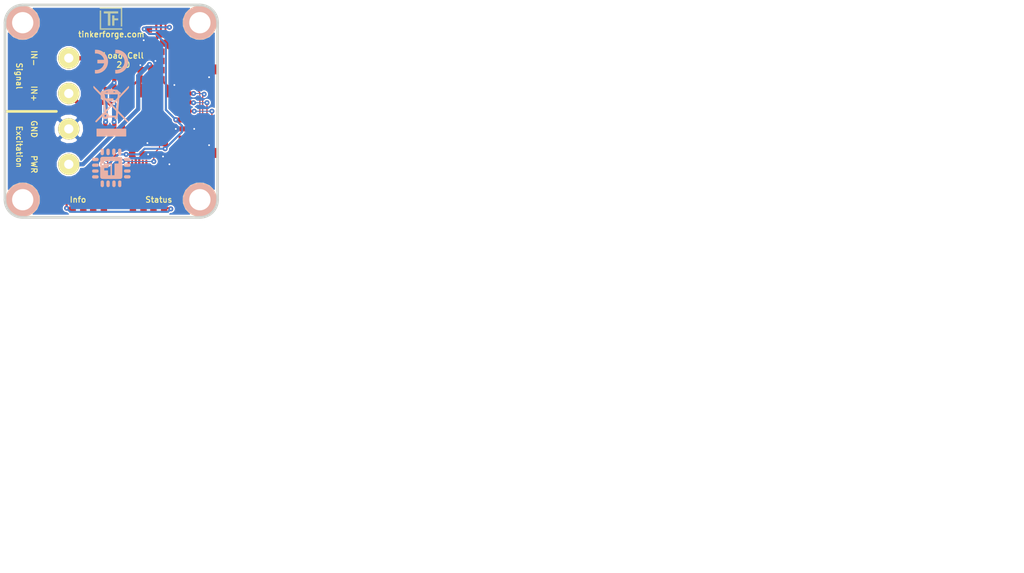
<source format=kicad_pcb>
(kicad_pcb (version 4) (host pcbnew 4.0.2+dfsg1-stable)
  (title_block (title "Load Cell Bricklet") (date 2018-01-11) (rev 2.0) (company "Tinkerforge GmbH") (comment 1 "Licensed under CERN OHL v.1.1") (comment 2 "Copyright (©) 2018, B.Nordmeyer <bastian@tinkerforge.com>"))
  (layers (0 Vorderseite signal) (31 Rückseite signal hide) (34 B.Paste user) (35 F.Paste user) (36 B.SilkS user) (37 F.SilkS user) (38 B.Mask user) (39 F.Mask user) (44 Edge.Cuts user))
  (net 0 "")
  (net 1 AGND)
  (net 2 3V3)
  (net 3 "Net-(P1-Pad6)")
  (net 4 +5V)
  (net 5 +5VA)
  (net 6 "Net-(P2-Pad2)")
  (net 7 "Net-(C1-Pad1)")
  (net 8 "Net-(D1-Pad2)")
  (net 9 "Net-(D2-Pad2)")
  (net 10 "Net-(L1-Pad2)")
  (net 11 "Net-(P1-Pad4)")
  (net 12 "Net-(P1-Pad5)")
  (net 13 "Net-(P3-Pad1)")
  (net 14 "Net-(P4-Pad1)")
  (net 15 "Net-(P4-Pad2)")
  (net 16 "Net-(R1-Pad1)")
  (net 17 "Net-(R2-Pad1)")
  (net 18 S-MISO)
  (net 19 S-MOSI)
  (net 20 S-CLK)
  (net 21 S-CS)
  (net 22 PD_SCK)
  (net 23 DOUT)
  (net 24 RATE)
  (net 25 "Net-(RP2-Pad1)")
  (net 26 "Net-(RP2-Pad4)")
  (module kicad-libraries:Fiducial_Mark (layer Vorderseite) (at 145.15 113.375)
    (fp_text reference Fiducial_Mark hide)
    (fp_text value VAL** hide)
    (pad 1 smd circle (at 0 0) (size 1.00076 1.00076) (layers Vorderseite F.Paste F.Mask) (clearance 0.65024))
  )
  (module kicad-libraries:C0805 (layer Vorderseite) (at 159.75 86.675)
    (fp_text reference L1)
    (fp_text value 1µH)
    (pad 1 smd rect (at -1.00076 0) (size 1.00076 1.24968) (layers Vorderseite F.Paste F.Mask) (net 2 3V3) (clearance 0.14986))
    (pad 2 smd rect (at 1.00076 0) (size 1.00076 1.24968) (layers Vorderseite F.Paste F.Mask) (net 10 "Net-(L1-Pad2)") (clearance 0.14986))
  )
  (module kicad-libraries:WEEE_7mm (layer Rückseite) (at 153.05 100.075 180)
    (fp_text reference G*** hide)
    (fp_text value LOGO hide)
  )
  (module kicad-libraries:Fiducial_Mark (layer Vorderseite) (at 166.05 108.075)
    (fp_text reference Fiducial_Mark hide)
    (fp_text value VAL** hide)
    (pad 1 smd circle (at 0 0) (size 1.00076 1.00076) (layers Vorderseite F.Paste F.Mask) (clearance 0.65024))
  )
  (module kicad-libraries:Fiducial_Mark (layer Vorderseite) (at 145.55 86.575)
    (fp_text reference Fiducial_Mark hide)
    (fp_text value VAL** hide)
    (pad 1 smd circle (at 0 0) (size 1.00076 1.00076) (layers Vorderseite F.Paste F.Mask) (clearance 0.65024))
  )
  (module kicad-libraries:DRILL_NP (layer Vorderseite) (at 165.55 87.575)
    (fp_text reference U7 hide)
    (fp_text value DRILL hide)
    (pad "" np_thru_hole circle (at 0 0) (size 2.99974 2.99974) (drill 2.99974) (layers *.Cu *.Mask F.SilkS) (clearance 0.89916))
  )
  (module kicad-libraries:DRILL_NP (layer Vorderseite) (at 140.55 87.575)
    (fp_text reference U6 hide)
    (fp_text value DRILL hide)
    (pad "" np_thru_hole circle (at 0 0) (size 2.99974 2.99974) (drill 2.99974) (layers *.Cu *.Mask F.SilkS) (clearance 0.89916))
  )
  (module kicad-libraries:DRILL_NP (layer Vorderseite) (at 140.55 112.575)
    (fp_text reference U5 hide)
    (fp_text value DRILL hide)
    (pad "" np_thru_hole circle (at 0 0) (size 2.99974 2.99974) (drill 2.99974) (layers *.Cu *.Mask F.SilkS) (clearance 0.89916))
  )
  (module kicad-libraries:DRILL_NP (layer Vorderseite) (at 165.55 112.575)
    (fp_text reference U4 hide)
    (fp_text value DRILL hide)
    (pad "" np_thru_hole circle (at 0 0) (size 2.99974 2.99974) (drill 2.99974) (layers *.Cu *.Mask F.SilkS) (clearance 0.89916))
  )
  (module kicad-libraries:CE_5mm (layer Rückseite) (at 153.05 93.075 180)
    (fp_text reference VAL hide)
    (fp_text value CE_5mm hide)
  )
  (module kicad-libraries:Logo_31x31 (layer Vorderseite) (at 151.425 85.4)
    (fp_text reference G*** hide)
    (fp_text value Logo_31x31 hide)
  )
  (module kicad-libraries:SOP16L (layer Vorderseite) (at 156.65 100.075 180)
    (fp_text reference U3)
    (fp_text value HX711)
    (pad 1 smd rect (at -4.445 2.7 180) (size 0.5 1.5) (layers Vorderseite F.Paste F.Mask) (net 5 +5VA) (clearance 0.14986))
    (pad 2 smd rect (at -3.175 2.7 180) (size 0.5 1.5) (layers Vorderseite F.Paste F.Mask) (clearance 0.14986))
    (pad 3 smd rect (at -1.905 2.7 180) (size 0.5 1.5) (layers Vorderseite F.Paste F.Mask) (net 5 +5VA) (clearance 0.14986))
    (pad 4 smd rect (at -0.635 2.7 180) (size 0.5 1.5) (layers Vorderseite F.Paste F.Mask) (net 1 AGND) (clearance 0.14986))
    (pad 5 smd rect (at 0.635 2.7 180) (size 0.5 1.5) (layers Vorderseite F.Paste F.Mask) (net 1 AGND) (clearance 0.14986))
    (pad 6 smd rect (at 1.905 2.7 180) (size 0.5 1.5) (layers Vorderseite F.Paste F.Mask) (clearance 0.14986))
    (pad 7 smd rect (at 3.175 2.7 180) (size 0.5 1.5) (layers Vorderseite F.Paste F.Mask) (net 15 "Net-(P4-Pad2)"))
    (pad 8 smd rect (at 4.445 2.7 180) (size 0.5 1.5) (layers Vorderseite F.Paste F.Mask) (net 14 "Net-(P4-Pad1)"))
    (pad 9 smd rect (at 4.445 -2.7 180) (size 0.5 1.5) (layers Vorderseite F.Paste F.Mask) (net 15 "Net-(P4-Pad2)"))
    (pad 10 smd rect (at 3.175 -2.7 180) (size 0.5 1.5) (layers Vorderseite F.Paste F.Mask) (net 14 "Net-(P4-Pad1)"))
    (pad 11 smd rect (at 1.905 -2.7 180) (size 0.5 1.5) (layers Vorderseite F.Paste F.Mask) (net 26 "Net-(RP2-Pad4)"))
    (pad 12 smd rect (at 0.635 -2.7 180) (size 0.5 1.5) (layers Vorderseite F.Paste F.Mask) (net 25 "Net-(RP2-Pad1)"))
    (pad 13 smd rect (at -0.635 -2.7 180) (size 0.5 1.5) (layers Vorderseite F.Paste F.Mask))
    (pad 14 smd rect (at -1.905 -2.7 180) (size 0.5 1.5) (layers Vorderseite F.Paste F.Mask) (net 1 AGND))
    (pad 15 smd rect (at -3.175 -2.7 180) (size 0.5 1.5) (layers Vorderseite F.Paste F.Mask) (net 24 RATE))
    (pad 16 smd rect (at -4.445 -2.7 180) (size 0.5 1.5) (layers Vorderseite F.Paste F.Mask) (net 2 3V3))
  )
  (module kicad-libraries:UMLP_22 (layer Vorderseite) (at 160.05 89.275 180)
    (fp_text reference U2)
    (fp_text value FAN4860)
    (pad 3 smd rect (at -0.65 -1.05 180) (size 0.25 0.8) (layers Vorderseite F.Paste F.Mask) (net 4 +5V))
    (pad 2 smd rect (at 0 -1.05 180) (size 0.25 0.8) (layers Vorderseite F.Paste F.Mask) (net 4 +5V))
    (pad 1 smd rect (at 0.65 -1.05 180) (size 0.25 0.8) (layers Vorderseite F.Paste F.Mask) (net 1 AGND))
    (pad 4 smd rect (at -0.65 1.05 180) (size 0.25 0.8) (layers Vorderseite F.Paste F.Mask) (net 2 3V3))
    (pad 5 smd rect (at 0 1.05 180) (size 0.25 0.8) (layers Vorderseite F.Paste F.Mask) (net 10 "Net-(L1-Pad2)"))
    (pad 6 smd rect (at 0.65 1.05 180) (size 0.25 0.8) (layers Vorderseite F.Paste F.Mask) (net 2 3V3))
    (pad EP smd rect (at 0 0 180) (size 1.45 0.8) (layers Vorderseite F.Paste F.Mask) (net 1 AGND))
  )
  (module C0603F (layer Vorderseite) (at 157.95 94.275 180)
    (fp_text reference C9)
    (fp_text value 1µF)
    (pad 1 smd rect (at -0.75 0 180) (size 0.9 0.9) (layers Vorderseite F.Paste F.Mask) (net 5 +5VA))
    (pad 2 smd rect (at 0.75 0 180) (size 0.9 0.9) (layers Vorderseite F.Paste F.Mask) (net 1 AGND))
  )
  (module D0603F (layer Vorderseite) (at 159.75 113.775 180)
    (fp_text reference D2)
    (fp_text value blue)
    (pad 1 smd rect (at -0.75 0 180) (size 0.9 0.9) (layers Vorderseite F.Paste F.Mask) (net 2 3V3))
    (pad 2 smd rect (at 0.75 0 180) (size 0.9 0.9) (layers Vorderseite F.Paste F.Mask) (net 9 "Net-(D2-Pad2)"))
  )
  (module kicad-libraries:AKL_5_2 (layer Vorderseite) (at 147.05 95.075 90)
    (fp_text reference P4)
    (fp_text value AKL_5_2)
    (pad 1 thru_hole circle (at -2.49936 0 90) (size 2.99974 2.99974) (drill 1.30048) (layers *.Cu *.Mask F.SilkS) (net 14 "Net-(P4-Pad1)"))
    (pad 2 thru_hole circle (at 2.49936 0 90) (size 2.99974 2.99974) (drill 1.30048) (layers *.Cu *.Mask F.SilkS) (net 15 "Net-(P4-Pad2)"))
  )
  (module kicad-libraries:AKL_5_2 (layer Vorderseite) (at 147.05 105.075 90)
    (fp_text reference P5)
    (fp_text value AKL_5_2)
    (pad 1 thru_hole circle (at -2.49936 0 90) (size 2.99974 2.99974) (drill 1.30048) (layers *.Cu *.Mask F.SilkS) (net 5 +5VA))
    (pad 2 thru_hole circle (at 2.49936 0 90) (size 2.99974 2.99974) (drill 1.30048) (layers *.Cu *.Mask F.SilkS) (net 1 AGND))
  )
  (module R0603F (layer Vorderseite) (at 156.85 113.775)
    (fp_text reference R2)
    (fp_text value 1k)
    (pad 1 smd rect (at -0.75 0) (size 0.9 0.9) (layers Vorderseite F.Paste F.Mask) (net 17 "Net-(R2-Pad1)"))
    (pad 2 smd rect (at 0.75 0) (size 0.9 0.9) (layers Vorderseite F.Paste F.Mask) (net 9 "Net-(D2-Pad2)"))
  )
  (module kicad-libraries:4X0402 (layer Vorderseite) (at 163.25 107.975 180)
    (fp_text reference RP1)
    (fp_text value 82)
    (pad 1 smd rect (at -0.7493 0.575) (size 0.29972 0.65) (layers Vorderseite F.Paste F.Mask) (net 11 "Net-(P1-Pad4)"))
    (pad 2 smd rect (at -0.24892 0.575) (size 0.29972 0.65) (layers Vorderseite F.Paste F.Mask) (net 12 "Net-(P1-Pad5)"))
    (pad 3 smd rect (at 0.24892 0.575) (size 0.29972 0.65) (layers Vorderseite F.Paste F.Mask) (net 3 "Net-(P1-Pad6)"))
    (pad 4 smd rect (at 0.7493 0.575) (size 0.29972 0.65) (layers Vorderseite F.Paste F.Mask) (net 7 "Net-(C1-Pad1)"))
    (pad 5 smd rect (at 0.7493 -0.575 180) (size 0.29972 0.65) (layers Vorderseite F.Paste F.Mask) (net 18 S-MISO))
    (pad 6 smd rect (at 0.24892 -0.575 180) (size 0.29972 0.65) (layers Vorderseite F.Paste F.Mask) (net 19 S-MOSI))
    (pad 7 smd rect (at -0.24892 -0.575 180) (size 0.29972 0.65) (layers Vorderseite F.Paste F.Mask) (net 20 S-CLK))
    (pad 8 smd rect (at -0.7493 -0.575 180) (size 0.29972 0.65) (layers Vorderseite F.Paste F.Mask) (net 21 S-CS))
  )
  (module C0402E (layer Vorderseite) (at 161.65 106.475 180)
    (fp_text reference C1)
    (fp_text value 220pF)
    (pad 1 smd rect (at -0.65 0 180) (size 0.7 0.9) (layers Vorderseite F.Paste F.Mask) (net 7 "Net-(C1-Pad1)"))
    (pad 2 smd rect (at 0.65 0 180) (size 0.7 0.9) (layers Vorderseite F.Paste F.Mask) (net 1 AGND))
  )
  (module C0603F (layer Vorderseite) (at 156.75 106.175)
    (fp_text reference C2)
    (fp_text value 100nF)
    (pad 1 smd rect (at -0.75 0) (size 0.9 0.9) (layers Vorderseite F.Paste F.Mask) (net 2 3V3))
    (pad 2 smd rect (at 0.75 0) (size 0.9 0.9) (layers Vorderseite F.Paste F.Mask) (net 1 AGND))
  )
  (module C0603F (layer Vorderseite) (at 158.35 89.275 90)
    (fp_text reference C3)
    (fp_text value 2.2µF)
    (pad 1 smd rect (at -0.75 0 90) (size 0.9 0.9) (layers Vorderseite F.Paste F.Mask) (net 1 AGND))
    (pad 2 smd rect (at 0.75 0 90) (size 0.9 0.9) (layers Vorderseite F.Paste F.Mask) (net 2 3V3))
  )
  (module C0603F (layer Vorderseite) (at 160.85 91.675)
    (fp_text reference C4)
    (fp_text value 4.7µF)
    (pad 1 smd rect (at -0.75 0) (size 0.9 0.9) (layers Vorderseite F.Paste F.Mask) (net 1 AGND))
    (pad 2 smd rect (at 0.75 0) (size 0.9 0.9) (layers Vorderseite F.Paste F.Mask) (net 4 +5V))
  )
  (module C0603F (layer Vorderseite) (at 160.85 92.975 180)
    (fp_text reference C5)
    (fp_text value 100nF)
    (pad 1 smd rect (at -0.75 0 180) (size 0.9 0.9) (layers Vorderseite F.Paste F.Mask) (net 4 +5V))
    (pad 2 smd rect (at 0.75 0 180) (size 0.9 0.9) (layers Vorderseite F.Paste F.Mask) (net 1 AGND))
  )
  (module C0603F (layer Vorderseite) (at 160.85 95.575 180)
    (fp_text reference C6)
    (fp_text value 100nF)
    (pad 1 smd rect (at -0.75 0 180) (size 0.9 0.9) (layers Vorderseite F.Paste F.Mask) (net 1 AGND))
    (pad 2 smd rect (at 0.75 0 180) (size 0.9 0.9) (layers Vorderseite F.Paste F.Mask) (net 5 +5VA))
  )
  (module C0603F (layer Vorderseite) (at 159.85 104.575)
    (fp_text reference C7)
    (fp_text value 100nF)
    (pad 1 smd rect (at -0.75 0) (size 0.9 0.9) (layers Vorderseite F.Paste F.Mask) (net 1 AGND))
    (pad 2 smd rect (at 0.75 0) (size 0.9 0.9) (layers Vorderseite F.Paste F.Mask) (net 2 3V3))
  )
  (module C0603F (layer Vorderseite) (at 157.95 95.575 180)
    (fp_text reference C8)
    (fp_text value 100nF)
    (pad 1 smd rect (at -0.75 0 180) (size 0.9 0.9) (layers Vorderseite F.Paste F.Mask) (net 5 +5VA))
    (pad 2 smd rect (at 0.75 0 180) (size 0.9 0.9) (layers Vorderseite F.Paste F.Mask) (net 1 AGND))
  )
  (module D0603F (layer Vorderseite) (at 148.35 113.775)
    (fp_text reference D1)
    (fp_text value green)
    (pad 1 smd rect (at -0.75 0) (size 0.9 0.9) (layers Vorderseite F.Paste F.Mask) (net 2 3V3))
    (pad 2 smd rect (at 0.75 0) (size 0.9 0.9) (layers Vorderseite F.Paste F.Mask) (net 8 "Net-(D1-Pad2)"))
  )
  (module kicad-libraries:R0603F (layer Vorderseite) (at 160.85 94.275)
    (fp_text reference L2)
    (fp_text value FB0603-2)
    (pad 1 smd rect (at -0.75 0) (size 0.9 0.9) (layers Vorderseite F.Paste F.Mask) (net 5 +5VA))
    (pad 2 smd rect (at 0.75 0) (size 0.9 0.9) (layers Vorderseite F.Paste F.Mask) (net 4 +5V))
  )
  (module kicad-libraries:CON-SENSOR2 (layer Vorderseite) (at 168.05 100.075 90)
    (fp_text reference P1)
    (fp_text value CON-SENSOR)
    (pad 1 smd rect (at -3.75 -4.6 90) (size 0.6 1.8) (layers Vorderseite F.Paste F.Mask))
    (pad 2 smd rect (at -2.5 -4.6 90) (size 0.6 1.8) (layers Vorderseite F.Paste F.Mask) (net 1 AGND))
    (pad EP smd rect (at -5.9 -1.2 90) (size 1.4 2.4) (layers Vorderseite F.Paste F.Mask) (net 1 AGND))
    (pad EP smd rect (at 5.9 -1.2 90) (size 1.4 2.4) (layers Vorderseite F.Paste F.Mask) (net 1 AGND))
    (pad 3 smd rect (at -1.25 -4.6 90) (size 0.6 1.8) (layers Vorderseite F.Paste F.Mask) (net 2 3V3))
    (pad 4 smd rect (at 0 -4.6 90) (size 0.6 1.8) (layers Vorderseite F.Paste F.Mask) (net 11 "Net-(P1-Pad4)"))
    (pad 5 smd rect (at 1.25 -4.6 90) (size 0.6 1.8) (layers Vorderseite F.Paste F.Mask) (net 12 "Net-(P1-Pad5)"))
    (pad 6 smd rect (at 2.5 -4.6 90) (size 0.6 1.8) (layers Vorderseite F.Paste F.Mask) (net 3 "Net-(P1-Pad6)"))
    (pad 7 smd rect (at 3.75 -4.6 90) (size 0.6 1.8) (layers Vorderseite F.Paste F.Mask) (net 7 "Net-(C1-Pad1)"))
  )
  (module kicad-libraries:SolderJumper (layer Vorderseite) (at 160.75 108.675 180)
    (fp_text reference P2)
    (fp_text value Boot)
    (pad 2 smd rect (at 0.55 0 180) (size 0.3 1.4) (layers Vorderseite F.Mask) (net 6 "Net-(P2-Pad2)"))
    (pad 2 smd rect (at 0.15 0 180) (size 0.6 0.5) (layers Vorderseite F.Mask) (net 6 "Net-(P2-Pad2)"))
    (pad 1 smd rect (at -0.5 0 180) (size 0.4 1.4) (layers Vorderseite F.Mask) (net 1 AGND))
    (pad 1 smd rect (at -0.225 0.55 180) (size 0.95 0.3) (layers Vorderseite F.Mask) (net 1 AGND))
    (pad 1 smd rect (at -0.225 -0.55 180) (size 0.95 0.3) (layers Vorderseite F.Mask) (net 1 AGND))
  )
  (module kicad-libraries:DEBUG_PAD (layer Vorderseite) (at 160.45 110.075 90)
    (fp_text reference P3)
    (fp_text value Debug)
    (pad 1 smd circle (at 0 0 90) (size 0.7 0.7) (layers Vorderseite F.Paste F.Mask) (net 13 "Net-(P3-Pad1)"))
  )
  (module R0603F (layer Vorderseite) (at 151.25 113.775 180)
    (fp_text reference R1)
    (fp_text value 1k)
    (pad 1 smd rect (at -0.75 0 180) (size 0.9 0.9) (layers Vorderseite F.Paste F.Mask) (net 16 "Net-(R1-Pad1)"))
    (pad 2 smd rect (at 0.75 0 180) (size 0.9 0.9) (layers Vorderseite F.Paste F.Mask) (net 8 "Net-(D1-Pad2)"))
  )
  (module kicad-libraries:QFN24-4x4mm-0.5mm (layer Vorderseite) (at 156.75 109.475 180)
    (fp_text reference U1)
    (fp_text value XMC1100)
    (pad 1 smd oval (at -2.025 -1.25 180) (size 1 0.3) (layers Vorderseite F.Paste F.Mask) (net 18 S-MISO))
    (pad 2 smd oval (at -2.025 -0.75 180) (size 1 0.3) (layers Vorderseite F.Paste F.Mask) (net 13 "Net-(P3-Pad1)"))
    (pad 3 smd oval (at -2.025 -0.25 180) (size 1 0.3) (layers Vorderseite F.Paste F.Mask))
    (pad 4 smd oval (at -2.025 0.25 180) (size 1 0.3) (layers Vorderseite F.Paste F.Mask) (net 6 "Net-(P2-Pad2)"))
    (pad 5 smd oval (at -2.025 0.75 180) (size 1 0.3) (layers Vorderseite F.Paste F.Mask))
    (pad 6 smd oval (at -2.025 1.25 180) (size 1 0.3) (layers Vorderseite F.Paste F.Mask))
    (pad 7 smd oval (at -1.25 2.025 270) (size 1 0.3) (layers Vorderseite F.Paste F.Mask))
    (pad 8 smd oval (at -0.75 2.025 270) (size 1 0.3) (layers Vorderseite F.Paste F.Mask))
    (pad 9 smd oval (at -0.25 2.025 270) (size 1 0.3) (layers Vorderseite F.Paste F.Mask) (net 1 AGND))
    (pad 10 smd oval (at 0.25 2.025 270) (size 1 0.3) (layers Vorderseite F.Paste F.Mask) (net 2 3V3))
    (pad 11 smd oval (at 0.75 2.025 270) (size 1 0.3) (layers Vorderseite F.Paste F.Mask))
    (pad 12 smd oval (at 1.25 2.025 270) (size 1 0.3) (layers Vorderseite F.Paste F.Mask))
    (pad 13 smd oval (at 2.025 1.25 180) (size 1 0.3) (layers Vorderseite F.Paste F.Mask))
    (pad 14 smd oval (at 2.025 0.75 180) (size 1 0.3) (layers Vorderseite F.Paste F.Mask))
    (pad 15 smd oval (at 2.025 0.25 180) (size 1 0.3) (layers Vorderseite F.Paste F.Mask))
    (pad 16 smd oval (at 2.025 -0.25 180) (size 1 0.3) (layers Vorderseite F.Paste F.Mask) (net 24 RATE))
    (pad 17 smd oval (at 2.025 -0.75 180) (size 1 0.3) (layers Vorderseite F.Paste F.Mask) (net 23 DOUT))
    (pad 18 smd oval (at 2.025 -1.25 180) (size 1 0.3) (layers Vorderseite F.Paste F.Mask))
    (pad 19 smd oval (at 1.25 -2.025 270) (size 1 0.3) (layers Vorderseite F.Paste F.Mask) (net 22 PD_SCK))
    (pad 20 smd oval (at 0.75 -2.025 270) (size 1 0.3) (layers Vorderseite F.Paste F.Mask) (net 16 "Net-(R1-Pad1)"))
    (pad 21 smd oval (at 0.25 -2.025 270) (size 1 0.3) (layers Vorderseite F.Paste F.Mask) (net 17 "Net-(R2-Pad1)"))
    (pad 22 smd oval (at -0.25 -2.025 270) (size 1 0.3) (layers Vorderseite F.Paste F.Mask) (net 21 S-CS))
    (pad 23 smd oval (at -0.75 -2.025 270) (size 1 0.3) (layers Vorderseite F.Paste F.Mask) (net 20 S-CLK))
    (pad 24 smd oval (at -1.25 -2.025 270) (size 1 0.3) (layers Vorderseite F.Paste F.Mask) (net 19 S-MOSI))
    (pad EXP smd rect (at 0.65 0.65 180) (size 1.3 1.3) (layers Vorderseite F.Paste F.Mask) (net 1 AGND))
    (pad EXP smd rect (at 0.65 -0.65 180) (size 1.3 1.3) (layers Vorderseite F.Paste F.Mask) (net 1 AGND))
    (pad EXP smd rect (at -0.65 0.65 180) (size 1.3 1.3) (layers Vorderseite F.Paste F.Mask) (net 1 AGND))
    (pad EXP smd rect (at -0.65 -0.65 180) (size 1.3 1.3) (layers Vorderseite F.Paste F.Mask) (net 1 AGND))
  )
  (module kicad-libraries:4X0402 (layer Vorderseite) (at 153.45 105.475 135)
    (fp_text reference RP2)
    (fp_text value 82)
    (pad 1 smd rect (at -0.7493 0.575 315) (size 0.29972 0.65) (layers Vorderseite F.Paste F.Mask) (net 25 "Net-(RP2-Pad1)"))
    (pad 2 smd rect (at -0.24892 0.575 315) (size 0.29972 0.65) (layers Vorderseite F.Paste F.Mask))
    (pad 3 smd rect (at 0.24892 0.575 315) (size 0.29972 0.65) (layers Vorderseite F.Paste F.Mask))
    (pad 4 smd rect (at 0.7493 0.575 315) (size 0.29972 0.65) (layers Vorderseite F.Paste F.Mask) (net 26 "Net-(RP2-Pad4)"))
    (pad 5 smd rect (at 0.7493 -0.575 135) (size 0.29972 0.65) (layers Vorderseite F.Paste F.Mask) (net 22 PD_SCK))
    (pad 6 smd rect (at 0.24892 -0.575 135) (size 0.29972 0.65) (layers Vorderseite F.Paste F.Mask))
    (pad 7 smd rect (at -0.24892 -0.575 135) (size 0.29972 0.65) (layers Vorderseite F.Paste F.Mask))
    (pad 8 smd rect (at -0.7493 -0.575 135) (size 0.29972 0.65) (layers Vorderseite F.Paste F.Mask) (net 23 DOUT))
  )
  (module kicad-libraries:Logo_CoMCU (layer Rückseite) (at 153.05 108.075 180)
    (fp_text reference G*** hide)
    (fp_text value LOGO hide)
  )
  (gr_text Status (at 159.75 112.575) (layer F.SilkS) (effects (font (size 0.8001 0.8001) (thickness 0.14986))))
  (gr_line (start 138.05 87.575) (end 138.05 112.575) (angle 90) (layer Edge.Cuts) (width 0.381))
  (gr_line (start 165.55 85.075) (end 140.55 85.075) (angle 90) (layer Edge.Cuts) (width 0.381))
  (gr_line (start 168.05 112.575) (end 168.05 87.575) (angle 90) (layer Edge.Cuts) (width 0.381))
  (gr_line (start 140.55 115.075) (end 165.55 115.075) (angle 90) (layer Edge.Cuts) (width 0.381))
  (gr_arc (start 140.55 112.575) (end 140.55 115.075) (angle 90) (layer Edge.Cuts) (width 0.381))
  (gr_arc (start 140.55 87.575) (end 138.05 87.575) (angle 90) (layer Edge.Cuts) (width 0.381))
  (gr_arc (start 165.55 87.575) (end 165.55 85.075) (angle 90) (layer Edge.Cuts) (width 0.381))
  (gr_arc (start 165.55 112.575) (end 168.05 112.575) (angle 90) (layer Edge.Cuts) (width 0.381))
  (gr_text Excitation (at 140.05 105.1 270) (layer F.SilkS) (effects (font (size 0.8 0.8))))
  (gr_text Signal (at 140.05 95.1 270) (layer F.SilkS) (effects (font (size 0.8 0.8))))
  (gr_line (start 145.3 100.1) (end 138.05 100.1) (angle 90) (layer F.SilkS) (width 0.381))
  (gr_text PWR (at 142.15 107.575 270) (layer F.SilkS) (effects (font (size 0.8001 0.8001) (thickness 0.14986))))
  (gr_text Info (at 148.35 112.575) (layer F.SilkS) (effects (font (size 0.8001 0.8001) (thickness 0.14986))))
  (gr_text "Load Cell\n2.0" (at 154.75 92.875) (layer F.SilkS) (effects (font (size 0.8 0.8))))
  (gr_text GND (at 142.15 102.6 270) (layer F.SilkS) (effects (font (size 0.8001 0.8001) (thickness 0.14986))))
  (gr_text IN+ (at 142.15 97.6 270) (layer F.SilkS) (effects (font (size 0.8001 0.8001) (thickness 0.14986))))
  (gr_text IN- (at 142.15 92.6 270) (layer F.SilkS) (effects (font (size 0.8001 0.8001) (thickness 0.14986))))
  (gr_text tinkerforge.com (at 153.05 89.225) (layer F.SilkS) (effects (font (size 0.8001 0.8001) (thickness 0.14986))))
  (segment (start 161.25 108.675) (end 161.25 109.175) (width 0.14986) (layer Vorderseite) (net 1))
  (segment (start 161.25 109.175) (end 160.95 109.175) (width 0.14986) (layer Vorderseite) (net 1))
  (segment (start 160.95 109.175) (end 160.975 109.225) (width 0.14986) (layer Vorderseite) (net 1))
  (segment (start 160.975 108.125) (end 161.2 108.125) (width 0.14986) (layer Vorderseite) (net 1))
  (segment (start 161.2 108.125) (end 161.25 108.175) (width 0.14986) (layer Vorderseite) (net 1))
  (segment (start 161.25 108.175) (end 161.25 108.675) (width 0.14986) (layer Vorderseite) (net 1))
  (segment (start 161.25 108.675) (end 161.25 107.575) (width 0.29972) (layer Vorderseite) (net 1))
  (via (at 161.25 107.575) (size 0.70104) (drill 0.24892) (layers Vorderseite Rückseite) (net 1))
  (segment (start 166.85 94.175) (end 166.85 95.275) (width 0.59944) (layer Vorderseite) (net 1))
  (via (at 166.85 95.275) (size 0.70104) (drill 0.24892) (layers Vorderseite Rückseite) (net 1))
  (segment (start 166.85 105.975) (end 166.85 104.875) (width 0.59944) (layer Vorderseite) (net 1))
  (via (at 166.85 104.875) (size 0.70104) (drill 0.24892) (layers Vorderseite Rückseite) (net 1))
  (segment (start 161 106.475) (end 160.35 106.475) (width 0.59944) (layer Vorderseite) (net 1))
  (via (at 160.35 106.475) (size 0.70104) (drill 0.24892) (layers Vorderseite Rückseite) (net 1))
  (segment (start 163.45 102.575) (end 164.75 102.575) (width 0.7) (layer Vorderseite) (net 1))
  (via (at 164.75 102.575) (size 0.70104) (drill 0.24892) (layers Vorderseite Rückseite) (net 1))
  (segment (start 163.45 102.575) (end 162.15 102.575) (width 0.7) (layer Vorderseite) (net 1))
  (via (at 162.15 102.575) (size 0.70104) (drill 0.24892) (layers Vorderseite Rückseite) (net 1))
  (segment (start 157.5 106.175) (end 158.25 106.175) (width 0.29972) (layer Vorderseite) (net 1))
  (via (at 158.25 106.175) (size 0.70104) (drill 0.24892) (layers Vorderseite Rückseite) (net 1))
  (segment (start 159.1 104.575) (end 158.15 104.575) (width 0.29972) (layer Vorderseite) (net 1))
  (via (at 158.15 104.575) (size 0.70104) (drill 0.24892) (layers Vorderseite Rückseite) (net 1))
  (segment (start 156.1 110.125) (end 156.1 108.825) (width 0.29972) (layer Vorderseite) (net 1))
  (segment (start 157.4 110.125) (end 156.1 110.125) (width 0.29972) (layer Vorderseite) (net 1))
  (segment (start 157.4 108.825) (end 157.4 110.125) (width 0.29972) (layer Vorderseite) (net 1))
  (segment (start 157 107.45) (end 157 108.425) (width 0.29972) (layer Vorderseite) (net 1))
  (segment (start 157 108.425) (end 157.4 108.825) (width 0.29972) (layer Vorderseite) (net 1))
  (segment (start 157 107.45) (end 157 106.675) (width 0.29972) (layer Vorderseite) (net 1))
  (segment (start 157 106.675) (end 157.5 106.175) (width 0.29972) (layer Vorderseite) (net 1))
  (segment (start 159.4 90.325) (end 159.4 89.925) (width 0.29972) (layer Vorderseite) (net 1))
  (segment (start 159.4 89.925) (end 160.05 89.275) (width 0.29972) (layer Vorderseite) (net 1))
  (segment (start 159.1251 90.0501) (end 159.4 90.325) (width 0.29972) (layer Vorderseite) (net 1))
  (segment (start 159.4 90.95) (end 159.4 90.325) (width 0.29972) (layer Vorderseite) (net 1))
  (segment (start 157.1499 93.5751) (end 157.1499 94.275) (width 0.59944) (layer Vorderseite) (net 1))
  (segment (start 157.1499 93.5751) (end 157.15 93.575) (width 0.59944) (layer Vorderseite) (net 1))
  (via (at 157.15 93.575) (size 0.70104) (layers Vorderseite Rückseite) (net 1))
  (segment (start 157.1499 95.575) (end 157.1499 94.275) (width 0.59944) (layer Vorderseite) (net 1))
  (segment (start 157.285 96.41) (end 157.1499 96.2749) (width 0.29972) (layer Vorderseite) (net 1))
  (segment (start 157.285 97.375) (end 157.285 96.41) (width 0.29972) (layer Vorderseite) (net 1))
  (segment (start 156.015 97.375) (end 156.015 96.51) (width 0.29972) (layer Vorderseite) (net 1))
  (segment (start 158.555 104.0801) (end 159.0499 104.575) (width 0.59944) (layer Vorderseite) (net 1))
  (segment (start 158.555 102.775) (end 158.555 104.0801) (width 0.59944) (layer Vorderseite) (net 1))
  (via (at 161.95 96.375) (size 0.70104) (layers Vorderseite Rückseite) (net 1))
  (segment (start 161.6501 96.0751) (end 161.95 96.375) (width 0.59944) (layer Vorderseite) (net 1))
  (segment (start 157.625 91.65) (end 157.625 90.05) (width 0.29972) (layer Rückseite) (net 1))
  (segment (start 158.6125 92.6375) (end 157.625 91.65) (width 0.29972) (layer Rückseite) (net 1))
  (segment (start 161.95 96.375) (end 161.95 87.6) (width 0.29972) (layer Rückseite) (net 1))
  (segment (start 161.95 87.6) (end 161.375 87.025) (width 0.29972) (layer Rückseite) (net 1))
  (segment (start 161.375 87.025) (end 157.75 87.025) (width 0.29972) (layer Rückseite) (net 1))
  (segment (start 157.75 87.025) (end 156.85 87.925) (width 0.29972) (layer Rückseite) (net 1))
  (segment (start 156.85 87.925) (end 156.85 89.275) (width 0.29972) (layer Rückseite) (net 1))
  (segment (start 156.85 89.275) (end 157.625 90.05) (width 0.29972) (layer Rückseite) (net 1))
  (via (at 157.625 90.05) (size 0.70104) (layers Vorderseite Rückseite) (net 1))
  (segment (start 157.625 90.05) (end 157.6251 90.0501) (width 0.29972) (layer Vorderseite) (net 1))
  (segment (start 158.95 92.975) (end 158.6125 92.6375) (width 0.29972) (layer Rückseite) (net 1))
  (segment (start 159.275 92.975) (end 158.95 92.975) (width 0.29972) (layer Rückseite) (net 1))
  (segment (start 157.6251 90.0501) (end 158.375 90.0501) (width 0.29972) (layer Vorderseite) (net 1))
  (segment (start 158.375 90.0501) (end 159.1251 90.0501) (width 0.29972) (layer Vorderseite) (net 1))
  (segment (start 160.0499 91.675) (end 160.0499 92.975) (width 0.7) (layer Vorderseite) (net 1))
  (segment (start 160.0499 91.675) (end 160.0499 91.5999) (width 0.29972) (layer Vorderseite) (net 1))
  (segment (start 160.0499 91.5999) (end 159.4 90.95) (width 0.29972) (layer Vorderseite) (net 1))
  (via (at 159.275 92.975) (size 0.70104) (layers Vorderseite Rückseite) (net 1))
  (segment (start 160.0499 92.975) (end 159.275 92.975) (width 0.7) (layer Vorderseite) (net 1))
  (segment (start 161.6501 96.0751) (end 161.6501 95.575) (width 0.59944) (layer Vorderseite) (net 1))
  (segment (start 157.1499 96.2749) (end 157.1499 95.575) (width 0.29972) (layer Vorderseite) (net 1))
  (segment (start 156.95 95.575) (end 157.1499 95.575) (width 0.29972) (layer Vorderseite) (net 1))
  (segment (start 156.015 96.51) (end 156.95 95.575) (width 0.29972) (layer Vorderseite) (net 1))
  (segment (start 146.75 113.775) (end 146.75 112.775) (width 0.29972) (layer Vorderseite) (net 2))
  (segment (start 154.05 106.175) (end 155.15 106.175) (width 0.29972) (layer Rückseite) (net 2))
  (segment (start 152.65 107.575) (end 154.05 106.175) (width 0.29972) (layer Rückseite) (net 2))
  (segment (start 151.85 107.575) (end 152.65 107.575) (width 0.29972) (layer Rückseite) (net 2))
  (via (at 151.85 107.575) (size 0.70104) (drill 0.24892) (layers Vorderseite Rückseite) (net 2))
  (segment (start 151.85 110.175) (end 151.85 107.575) (width 0.29972) (layer Vorderseite) (net 2))
  (segment (start 150.15 111.875) (end 151.85 110.175) (width 0.29972) (layer Vorderseite) (net 2))
  (segment (start 147.65 111.875) (end 150.15 111.875) (width 0.29972) (layer Vorderseite) (net 2))
  (segment (start 146.75 112.775) (end 147.65 111.875) (width 0.29972) (layer Vorderseite) (net 2))
  (segment (start 147.6 113.775) (end 146.75 113.775) (width 0.29972) (layer Vorderseite) (net 2))
  (segment (start 161.35 113.775) (end 160.5 113.775) (width 0.29972) (layer Vorderseite) (net 2))
  (segment (start 161.45 113.875) (end 161.35 113.775) (width 0.29972) (layer Vorderseite) (net 2))
  (via (at 161.45 113.875) (size 0.70104) (drill 0.24892) (layers Vorderseite Rückseite) (net 2))
  (segment (start 161.05 114.275) (end 161.45 113.875) (width 0.29972) (layer Rückseite) (net 2))
  (segment (start 147.25 114.275) (end 161.05 114.275) (width 0.29972) (layer Rückseite) (net 2))
  (segment (start 146.75 113.775) (end 147.25 114.275) (width 0.29972) (layer Rückseite) (net 2))
  (via (at 146.75 113.775) (size 0.70104) (drill 0.24892) (layers Vorderseite Rückseite) (net 2))
  (segment (start 160.65 105.375) (end 163.05 102.975) (width 0.29972) (layer Rückseite) (net 2))
  (segment (start 163.05 102.175) (end 162.15 101.275) (width 0.29972) (layer Rückseite) (net 2))
  (segment (start 163.05 102.975) (end 163.05 102.175) (width 0.29972) (layer Rückseite) (net 2))
  (segment (start 160.75 90.575) (end 159.35 89.175) (width 0.29972) (layer Rückseite) (net 2))
  (segment (start 158.4 89.175) (end 157.7 88.475) (width 0.29972) (layer Rückseite) (net 2))
  (segment (start 159.35 89.175) (end 158.4 89.175) (width 0.29972) (layer Rückseite) (net 2))
  (via (at 161.25 88.225) (size 0.70104) (layers Vorderseite Rückseite) (net 2))
  (segment (start 161.25 88.225) (end 160.7 88.225) (width 0.29972) (layer Vorderseite) (net 2))
  (segment (start 157.95 88.225) (end 157.7 88.475) (width 0.29972) (layer Rückseite) (net 2))
  (segment (start 161.25 88.225) (end 157.95 88.225) (width 0.29972) (layer Rückseite) (net 2))
  (via (at 157.7 88.475) (size 0.70104) (layers Vorderseite Rückseite) (net 2))
  (segment (start 158.375 88.4499) (end 157.7251 88.4499) (width 0.29972) (layer Vorderseite) (net 2))
  (segment (start 157.7251 88.4499) (end 157.7 88.475) (width 0.29972) (layer Vorderseite) (net 2))
  (segment (start 162.15 101.275) (end 160.75 99.875) (width 0.29972) (layer Rückseite) (net 2))
  (segment (start 160.75 99.875) (end 160.75 90.575) (width 0.29972) (layer Rückseite) (net 2))
  (segment (start 163.45 101.325) (end 162.2 101.325) (width 0.7) (layer Vorderseite) (net 2))
  (via (at 162.15 101.275) (size 0.70104) (drill 0.24892) (layers Vorderseite Rückseite) (net 2))
  (segment (start 162.2 101.325) (end 162.15 101.275) (width 0.7) (layer Vorderseite) (net 2))
  (segment (start 160.6 104.575) (end 160.6 105.325) (width 0.29972) (layer Vorderseite) (net 2))
  (segment (start 160.6 105.325) (end 160.65 105.375) (width 0.29972) (layer Vorderseite) (net 2))
  (via (at 160.65 105.375) (size 0.70104) (drill 0.24892) (layers Vorderseite Rückseite) (net 2))
  (segment (start 155.15 106.175) (end 156 106.175) (width 0.29972) (layer Vorderseite) (net 2))
  (via (at 155.15 106.175) (size 0.70104) (drill 0.24892) (layers Vorderseite Rückseite) (net 2))
  (segment (start 160.65 105.375) (end 157.75 105.375) (width 0.29972) (layer Rückseite) (net 2))
  (segment (start 156.95 106.175) (end 155.15 106.175) (width 0.29972) (layer Rückseite) (net 2))
  (segment (start 157.75 105.375) (end 156.95 106.175) (width 0.29972) (layer Rückseite) (net 2))
  (segment (start 156.5 107.45) (end 156.5 106.675) (width 0.29972) (layer Vorderseite) (net 2))
  (segment (start 156.5 106.675) (end 156 106.175) (width 0.29972) (layer Vorderseite) (net 2))
  (segment (start 161.095 104.1301) (end 160.6501 104.575) (width 0.29972) (layer Vorderseite) (net 2))
  (segment (start 158.5999 88.225) (end 158.375 88.4499) (width 0.29972) (layer Vorderseite) (net 2))
  (segment (start 159.4 88.225) (end 158.5999 88.225) (width 0.29972) (layer Vorderseite) (net 2))
  (segment (start 159.4 88.225) (end 159.4 87.35076) (width 0.29972) (layer Vorderseite) (net 2))
  (segment (start 161.095 102.775) (end 161.095 104.1301) (width 0.29972) (layer Vorderseite) (net 2))
  (segment (start 159.4 87.35076) (end 158.72424 86.675) (width 0.29972) (layer Vorderseite) (net 2))
  (segment (start 163.00108 107.4) (end 163.00108 105.82392) (width 0.14986) (layer Vorderseite) (net 3))
  (segment (start 164.65 97.575) (end 163.45 97.575) (width 0.14986) (layer Vorderseite) (net 3))
  (via (at 164.65 97.575) (size 0.70104) (drill 0.24892) (layers Vorderseite Rückseite) (net 3))
  (segment (start 166.05 97.575) (end 164.65 97.575) (width 0.14986) (layer Rückseite) (net 3))
  (segment (start 166.15 97.675) (end 166.05 97.575) (width 0.14986) (layer Rückseite) (net 3))
  (via (at 166.15 97.675) (size 0.70104) (drill 0.24892) (layers Vorderseite Rückseite) (net 3))
  (segment (start 165.95 97.875) (end 166.15 97.675) (width 0.14986) (layer Vorderseite) (net 3))
  (segment (start 165.95 103.475) (end 165.95 97.875) (width 0.14986) (layer Vorderseite) (net 3))
  (segment (start 164.65 104.775) (end 165.95 103.475) (width 0.14986) (layer Vorderseite) (net 3))
  (segment (start 164.05 104.775) (end 164.65 104.775) (width 0.14986) (layer Vorderseite) (net 3))
  (segment (start 163.00108 105.82392) (end 164.05 104.775) (width 0.14986) (layer Vorderseite) (net 3))
  (segment (start 160.05 90.325) (end 160.7 90.325) (width 0.2) (layer Vorderseite) (net 4))
  (segment (start 161.6 91.675) (end 161.6 91.225) (width 0.29972) (layer Vorderseite) (net 4))
  (segment (start 161.6 91.225) (end 161.15 90.775) (width 0.29972) (layer Vorderseite) (net 4))
  (segment (start 161.15 90.775) (end 160.75 90.775) (width 0.29972) (layer Vorderseite) (net 4))
  (segment (start 160.75 90.775) (end 160.7 90.725) (width 0.29972) (layer Vorderseite) (net 4))
  (segment (start 160.7 90.725) (end 160.7 90.325) (width 0.29972) (layer Vorderseite) (net 4))
  (segment (start 161.6501 94.275) (end 161.6501 92.975) (width 0.59944) (layer Vorderseite) (net 4))
  (segment (start 161.6501 91.675) (end 161.6501 92.975) (width 0.59944) (layer Vorderseite) (net 4))
  (segment (start 158.7 94.275) (end 158.7 93.725) (width 0.59944) (layer Vorderseite) (net 5))
  (segment (start 149.05064 107.57436) (end 147.05 107.57436) (width 0.59944) (layer Rückseite) (net 5))
  (segment (start 156.85 99.775) (end 149.05064 107.57436) (width 0.59944) (layer Rückseite) (net 5))
  (segment (start 156.85 95.075) (end 156.85 99.775) (width 0.59944) (layer Rückseite) (net 5))
  (segment (start 158.45 93.475) (end 156.85 95.075) (width 0.59944) (layer Rückseite) (net 5))
  (via (at 158.45 93.475) (size 0.70104) (drill 0.24892) (layers Vorderseite Rückseite) (net 5))
  (segment (start 158.7 93.725) (end 158.45 93.475) (width 0.59944) (layer Vorderseite) (net 5))
  (segment (start 158.75 95.5749) (end 158.7501 95.575) (width 0.29972) (layer Vorderseite) (net 5))
  (segment (start 158.7501 95.8749) (end 158.555 96.07) (width 0.29972) (layer Vorderseite) (net 5))
  (segment (start 158.7501 95.575) (end 158.7501 95.8749) (width 0.29972) (layer Vorderseite) (net 5))
  (segment (start 161.095 96.6201) (end 160.0499 95.575) (width 0.29972) (layer Vorderseite) (net 5))
  (segment (start 160.0499 95.575) (end 159.75 95.575) (width 0.59944) (layer Vorderseite) (net 5))
  (segment (start 158.555 96.07) (end 158.555 97.375) (width 0.29972) (layer Vorderseite) (net 5))
  (segment (start 161.095 97.375) (end 161.095 97.02) (width 0.29972) (layer Vorderseite) (net 5))
  (segment (start 158.75 94.2751) (end 158.75 95.5749) (width 0.59944) (layer Vorderseite) (net 5))
  (segment (start 160.0499 94.275) (end 160.05 94.275) (width 0.59944) (layer Vorderseite) (net 5))
  (segment (start 161.095 97.375) (end 161.095 96.6201) (width 0.29972) (layer Vorderseite) (net 5))
  (segment (start 160.0499 94.275) (end 158.7501 94.275) (width 0.59944) (layer Vorderseite) (net 5))
  (segment (start 158.75 94.575) (end 158.7501 94.275) (width 0.59944) (layer Vorderseite) (net 5))
  (segment (start 159.75 95.575) (end 158.75 94.575) (width 0.59944) (layer Vorderseite) (net 5))
  (segment (start 160.2 108.675) (end 160.6 108.675) (width 0.14986) (layer Vorderseite) (net 6))
  (segment (start 158.775 109.225) (end 159.4 109.225) (width 0.14986) (layer Vorderseite) (net 6))
  (segment (start 159.95 108.675) (end 160.2 108.675) (width 0.14986) (layer Vorderseite) (net 6))
  (segment (start 159.4 109.225) (end 159.95 108.675) (width 0.14986) (layer Vorderseite) (net 6))
  (segment (start 162.5007 107.4) (end 162.5007 106.6757) (width 0.14986) (layer Vorderseite) (net 7))
  (segment (start 162.5007 106.6757) (end 162.3 106.475) (width 0.14986) (layer Vorderseite) (net 7))
  (segment (start 162.4757 107.375) (end 162.5007 107.4) (width 0.14986) (layer Vorderseite) (net 7))
  (segment (start 162.5007 107.4) (end 162.5007 105.8243) (width 0.14986) (layer Vorderseite) (net 7))
  (segment (start 164.4 96.325) (end 163.45 96.325) (width 0.14986) (layer Vorderseite) (net 7))
  (segment (start 165.55 97.475) (end 164.4 96.325) (width 0.14986) (layer Vorderseite) (net 7))
  (segment (start 165.55 103.275) (end 165.55 97.475) (width 0.14986) (layer Vorderseite) (net 7))
  (segment (start 164.45 104.375) (end 165.55 103.275) (width 0.14986) (layer Vorderseite) (net 7))
  (segment (start 163.95 104.375) (end 164.45 104.375) (width 0.14986) (layer Vorderseite) (net 7))
  (segment (start 162.5007 105.8243) (end 163.95 104.375) (width 0.14986) (layer Vorderseite) (net 7))
  (segment (start 149.1 113.775) (end 150.5 113.775) (width 0.14986) (layer Vorderseite) (net 8))
  (segment (start 157.6 113.775) (end 159 113.775) (width 0.14986) (layer Vorderseite) (net 9))
  (segment (start 160.05 87.35076) (end 160.72576 86.675) (width 0.29972) (layer Vorderseite) (net 10))
  (segment (start 160.05 88.225) (end 160.05 87.35076) (width 0.29972) (layer Vorderseite) (net 10))
  (segment (start 163.9993 107.4) (end 163.9993 106.2257) (width 0.14986) (layer Vorderseite) (net 11))
  (segment (start 164.75 100.075) (end 163.45 100.075) (width 0.14986) (layer Vorderseite) (net 11))
  (via (at 164.75 100.075) (size 0.70104) (drill 0.24892) (layers Vorderseite Rückseite) (net 11))
  (segment (start 167.25 100.075) (end 164.75 100.075) (width 0.14986) (layer Rückseite) (net 11))
  (via (at 167.25 100.075) (size 0.70104) (drill 0.24892) (layers Vorderseite Rückseite) (net 11))
  (segment (start 167.25 103.275) (end 167.25 100.075) (width 0.14986) (layer Vorderseite) (net 11))
  (segment (start 164.95 105.575) (end 167.25 103.275) (width 0.14986) (layer Vorderseite) (net 11))
  (segment (start 164.65 105.575) (end 164.95 105.575) (width 0.14986) (layer Vorderseite) (net 11))
  (segment (start 163.9993 106.2257) (end 164.65 105.575) (width 0.14986) (layer Vorderseite) (net 11))
  (via (at 166.55 98.875) (size 0.70104) (drill 0.24892) (layers Vorderseite Rückseite) (net 12))
  (segment (start 163.49892 106.22608) (end 164.55 105.175) (width 0.14986) (layer Vorderseite) (net 12))
  (segment (start 164.55 105.175) (end 164.85 105.175) (width 0.14986) (layer Vorderseite) (net 12))
  (segment (start 164.85 105.175) (end 166.55 103.475) (width 0.14986) (layer Vorderseite) (net 12))
  (segment (start 166.55 103.475) (end 166.55 98.875) (width 0.14986) (layer Vorderseite) (net 12))
  (segment (start 163.49892 107.4) (end 163.49892 106.22608) (width 0.14986) (layer Vorderseite) (net 12))
  (segment (start 164.6 98.825) (end 163.45 98.825) (width 0.14986) (layer Vorderseite) (net 12))
  (segment (start 164.65 98.875) (end 164.6 98.825) (width 0.14986) (layer Vorderseite) (net 12))
  (via (at 164.65 98.875) (size 0.70104) (drill 0.24892) (layers Vorderseite Rückseite) (net 12))
  (segment (start 166.55 98.875) (end 164.65 98.875) (width 0.14986) (layer Rückseite) (net 12))
  (segment (start 158.775 110.225) (end 160.3 110.225) (width 0.14986) (layer Vorderseite) (net 13))
  (segment (start 160.3 110.225) (end 160.45 110.075) (width 0.14986) (layer Vorderseite) (net 13))
  (segment (start 148.32626 98.875) (end 147.05076 97.5995) (width 0.59944) (layer Vorderseite) (net 14))
  (segment (start 152.205 97.375) (end 152.205 98.375) (width 0.59944) (layer Vorderseite) (net 14))
  (segment (start 153.475 101.6) (end 153.475 102.775) (width 0.59944) (layer Vorderseite) (net 14))
  (segment (start 153.45 101.575) (end 153.475 101.6) (width 0.59944) (layer Vorderseite) (net 14))
  (via (at 153.45 101.575) (size 0.70104) (layers Vorderseite Rückseite) (net 14))
  (segment (start 153.45 99.075) (end 153.45 101.575) (width 0.59944) (layer Rückseite) (net 14))
  (via (at 153.45 99.075) (size 0.70104) (layers Vorderseite Rückseite) (net 14))
  (segment (start 152.95 99.075) (end 153.45 99.075) (width 0.59944) (layer Vorderseite) (net 14))
  (segment (start 152.205 98.375) (end 152.205 98.52) (width 0.59944) (layer Vorderseite) (net 14))
  (segment (start 152.25 98.375) (end 152.95 99.075) (width 0.59944) (layer Vorderseite) (net 14))
  (segment (start 152.205 98.375) (end 152.25 98.375) (width 0.59944) (layer Vorderseite) (net 14))
  (segment (start 152.205 98.52) (end 151.85 98.875) (width 0.59944) (layer Vorderseite) (net 14))
  (segment (start 151.85 98.875) (end 148.32626 98.875) (width 0.59944) (layer Vorderseite) (net 14))
  (segment (start 150.97578 92.60078) (end 153.475 95.1) (width 0.59944) (layer Vorderseite) (net 15))
  (segment (start 147.05076 92.60078) (end 150.97578 92.60078) (width 0.59944) (layer Vorderseite) (net 15))
  (segment (start 153.475 95.1) (end 153.475 97.375) (width 0.59944) (layer Vorderseite) (net 15))
  (segment (start 153.45 97.35) (end 153.475 97.375) (width 0.59944) (layer Vorderseite) (net 15))
  (segment (start 152.205 101.62) (end 152.25 101.575) (width 0.59944) (layer Vorderseite) (net 15))
  (via (at 152.25 101.575) (size 0.70104) (layers Vorderseite Rückseite) (net 15))
  (segment (start 152.25 101.575) (end 152.25 97.275) (width 0.59944) (layer Rückseite) (net 15))
  (segment (start 152.25 97.275) (end 153.45 96.075) (width 0.59944) (layer Rückseite) (net 15))
  (via (at 153.45 96.075) (size 0.70104) (layers Vorderseite Rückseite) (net 15))
  (segment (start 153.45 96.075) (end 153.45 97.35) (width 0.59944) (layer Vorderseite) (net 15))
  (segment (start 152.205 102.775) (end 152.205 101.62) (width 0.59944) (layer Vorderseite) (net 15))
  (segment (start 152 113.775) (end 153.65 113.775) (width 0.14986) (layer Vorderseite) (net 16))
  (segment (start 156 112.225) (end 156 111.5) (width 0.14986) (layer Vorderseite) (net 16))
  (segment (start 155.45 112.775) (end 156 112.225) (width 0.14986) (layer Vorderseite) (net 16))
  (segment (start 154.65 112.775) (end 155.45 112.775) (width 0.14986) (layer Vorderseite) (net 16))
  (segment (start 153.65 113.775) (end 154.65 112.775) (width 0.14986) (layer Vorderseite) (net 16))
  (segment (start 156.5 111.5) (end 156.5 112.625) (width 0.14986) (layer Vorderseite) (net 17))
  (segment (start 156.1 113.025) (end 156.1 113.775) (width 0.14986) (layer Vorderseite) (net 17))
  (segment (start 156.5 112.625) (end 156.1 113.025) (width 0.14986) (layer Vorderseite) (net 17))
  (segment (start 162.5007 108.55) (end 162.5007 108.9243) (width 0.14986) (layer Vorderseite) (net 18))
  (segment (start 160.7 110.725) (end 158.775 110.725) (width 0.14986) (layer Vorderseite) (net 18))
  (segment (start 162.5007 108.9243) (end 160.7 110.725) (width 0.14986) (layer Vorderseite) (net 18))
  (segment (start 163.00108 108.55) (end 163.00108 108.92392) (width 0.14986) (layer Vorderseite) (net 19))
  (segment (start 160.425 111.5) (end 158 111.5) (width 0.14986) (layer Vorderseite) (net 19))
  (segment (start 163.00108 108.92392) (end 160.425 111.5) (width 0.14986) (layer Vorderseite) (net 19))
  (segment (start 163.49892 108.55) (end 163.49892 109.02608) (width 0.14986) (layer Vorderseite) (net 20))
  (segment (start 157.5 112.125) (end 157.5 111.5) (width 0.14986) (layer Vorderseite) (net 20))
  (segment (start 157.65 112.275) (end 157.5 112.125) (width 0.14986) (layer Vorderseite) (net 20))
  (segment (start 160.25 112.275) (end 157.65 112.275) (width 0.14986) (layer Vorderseite) (net 20))
  (segment (start 163.49892 109.02608) (end 160.25 112.275) (width 0.14986) (layer Vorderseite) (net 20))
  (segment (start 163.9993 108.55) (end 163.9993 109.0257) (width 0.14986) (layer Vorderseite) (net 21))
  (segment (start 157 112.325) (end 157 111.5) (width 0.14986) (layer Vorderseite) (net 21))
  (segment (start 157.35 112.675) (end 157 112.325) (width 0.14986) (layer Vorderseite) (net 21))
  (segment (start 160.35 112.675) (end 157.35 112.675) (width 0.14986) (layer Vorderseite) (net 21))
  (segment (start 163.9993 109.0257) (end 160.35 112.675) (width 0.14986) (layer Vorderseite) (net 21))
  (segment (start 152.513578 105.351751) (end 152.25 105.615329) (width 0.14986) (layer Vorderseite) (net 22))
  (segment (start 153.875 111.5) (end 155.5 111.5) (width 0.14986) (layer Vorderseite) (net 22))
  (segment (start 152.55 110.175) (end 153.875 111.5) (width 0.14986) (layer Vorderseite) (net 22))
  (segment (start 152.55 106.975) (end 152.55 110.175) (width 0.14986) (layer Vorderseite) (net 22))
  (segment (start 152.25 106.675) (end 152.55 106.975) (width 0.14986) (layer Vorderseite) (net 22))
  (segment (start 152.25 105.615329) (end 152.25 106.675) (width 0.14986) (layer Vorderseite) (net 22))
  (segment (start 154.725 110.225) (end 153.7 110.225) (width 0.14986) (layer Vorderseite) (net 23))
  (segment (start 153.05 106.934671) (end 153.573249 106.411422) (width 0.14986) (layer Vorderseite) (net 23))
  (segment (start 153.05 109.575) (end 153.05 106.934671) (width 0.14986) (layer Vorderseite) (net 23))
  (segment (start 153.7 110.225) (end 153.05 109.575) (width 0.14986) (layer Vorderseite) (net 23))
  (segment (start 159.05 107.175) (end 159.05 106.075) (width 0.14986) (layer Vorderseite) (net 24))
  (segment (start 159.05 106.075) (end 159.85 105.275) (width 0.14986) (layer Vorderseite) (net 24))
  (segment (start 159.825 102.775) (end 159.825 103.95) (width 0.14986) (layer Vorderseite) (net 24))
  (segment (start 159.825 103.95) (end 159.85 103.975) (width 0.14986) (layer Vorderseite) (net 24))
  (segment (start 159.85 103.975) (end 159.85 105.275) (width 0.14986) (layer Vorderseite) (net 24))
  (segment (start 153.75 108.075) (end 153.75 109.375) (width 0.14986) (layer Vorderseite) (net 24))
  (segment (start 154.65 107.175) (end 153.75 108.075) (width 0.14986) (layer Vorderseite) (net 24))
  (via (at 154.65 107.175) (size 0.70104) (drill 0.24892) (layers Vorderseite Rückseite) (net 24))
  (segment (start 159.05 107.175) (end 154.65 107.175) (width 0.14986) (layer Rückseite) (net 24))
  (via (at 159.05 107.175) (size 0.70104) (drill 0.24892) (layers Vorderseite Rückseite) (net 24))
  (segment (start 154.725 109.725) (end 154.1 109.725) (width 0.14986) (layer Vorderseite) (net 24))
  (segment (start 154.1 109.725) (end 153.75 109.375) (width 0.14986) (layer Vorderseite) (net 24))
  (segment (start 154.386422 105.598249) (end 156.015 103.969671) (width 0.14986) (layer Vorderseite) (net 25))
  (segment (start 156.015 103.969671) (end 156.015 102.775) (width 0.14986) (layer Vorderseite) (net 25))
  (segment (start 156.015 103.41) (end 156.015 102.775) (width 0.14986) (layer Vorderseite) (net 25))
  (segment (start 154.745 102.775) (end 154.745 103.58) (width 0.14986) (layer Vorderseite) (net 26))
  (segment (start 153.890329 103.975) (end 153.326751 104.538578) (width 0.14986) (layer Vorderseite) (net 26))
  (segment (start 154.35 103.975) (end 153.890329 103.975) (width 0.14986) (layer Vorderseite) (net 26))
  (segment (start 154.745 103.58) (end 154.35 103.975) (width 0.14986) (layer Vorderseite) (net 26))
  (zone (net 1) (net_name AGND) (layer Rückseite) (connect_pads (clearance 0.2)) (min_thickness 0.15) (fill yes (arc_segments 16) (thermal_gap 0.508) (thermal_bridge_width 0.508))
    (polygon (pts (xy 168.05 115.075) (xy 138.05 115.075) (xy 138.05 85.075) (xy 168.05 85.075)))
  )
  (zone (net 4) (net_name +5V) (layer Vorderseite) (connect_pads yes (clearance 0.15)) (min_thickness 0.5) (fill yes (arc_segments 16) (thermal_gap 0.508) (thermal_bridge_width 0.508))
    (polygon (pts (xy 159.95 89.975) (xy 160.85 89.975) (xy 161.85 90.975) (xy 161.85 91.375) (xy 161.15 91.375) (xy 160.35 90.875) (xy 159.95 90.875)))
  )
)
</source>
